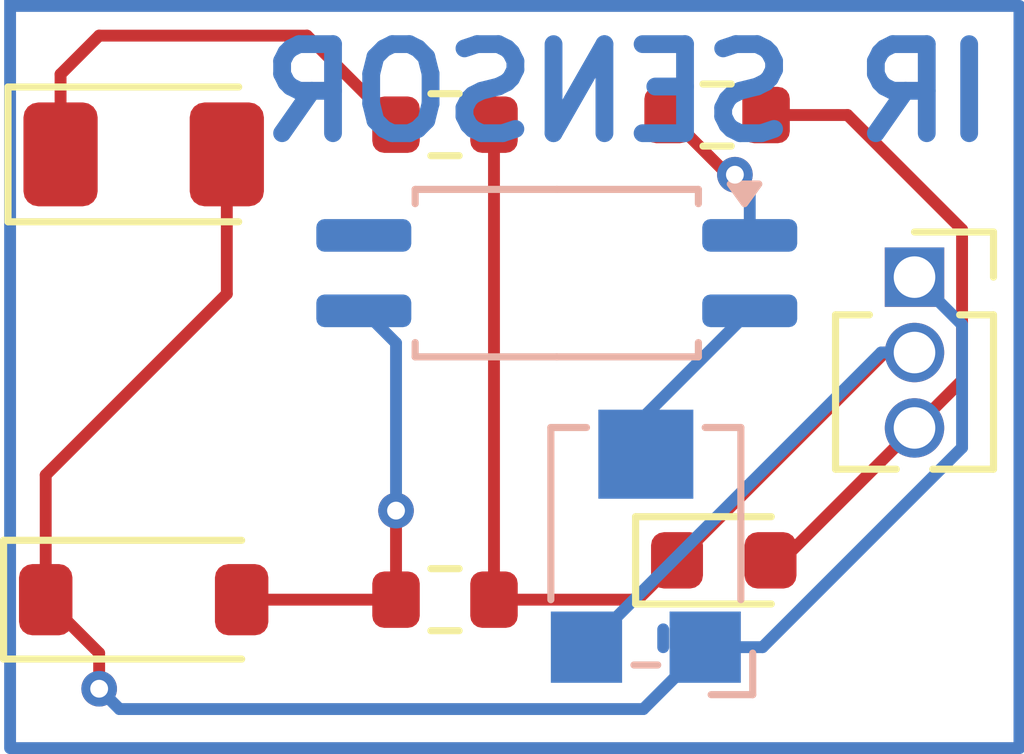
<source format=kicad_pcb>
(kicad_pcb (version 20241229) (generator "pcbnew") (generator_version "9.0")
  (layers (0 "F.Cu" signal) (2 "B.Cu" signal) (13 "F.Paste" user) (15 "B.Paste" user) (5 "F.SilkS" user "F.Silkscreen") (7 "B.SilkS" user "B.Silkscreen") (1 "F.Mask" user) (3 "B.Mask" user) (25 "Edge.Cuts" user))
  (net 0 "")
  (net 1 "+5V")
  (net 2 "Net-(D1-A)")
  (net 3 "Net-(D2-K)")
  (net 4 "GND")
  (net 5 "/O{slash}P")
  (net 6 "Net-(R3-Pad1)")
  (net 7 "Net-(U1A--)")
  (footprint "Resistor_SMD:R_0603_1608Metric" (layer "F.Cu") (at 145.1175 100.6575)
    (property "Reference" "R2" (hide yes))
    (property "Value" "10K" (hide yes))
    (fp_line (start -0.237258 -0.5225) (end 0.237258 -0.5225) (stroke (width 0.12)) (layer "F.SilkS"))
    (fp_line (start -0.237258 0.5225) (end 0.237258 0.5225) (stroke (width 0.12)) (layer "F.SilkS"))
    (pad "1" smd roundrect (at -0.825 0) (size 0.8 0.95) (layers "F.Cu" "F.Mask" "F.Paste") (net 2 "Net-(D1-A)"))
    (pad "2" smd roundrect (at 0.825 0) (size 0.8 0.95) (layers "F.Cu" "F.Mask" "F.Paste") (net 4 "GND"))
  )
  (footprint "Connector_PinSocket_1.27mm:PinSocket_1x03_P1.27mm_Vertical" (layer "F.Cu") (at 153.025 95.225)
    (property "Reference" "J1" (hide yes))
    (property "Value" "Conn_01x03_Pin" (hide yes))
    (fp_line (start -1.33 0.635) (end -1.33 3.235) (stroke (width 0.12)) (layer "F.SilkS"))
    (fp_line (start -1.33 0.635) (end -0.76 0.635) (stroke (width 0.12)) (layer "F.SilkS"))
    (fp_line (start -1.33 3.235) (end -0.30753 3.235) (stroke (width 0.12)) (layer "F.SilkS"))
    (fp_line (start 0 -0.76) (end 1.33 -0.76) (stroke (width 0.12)) (layer "F.SilkS"))
    (fp_line (start 0.30753 3.235) (end 1.33 3.235) (stroke (width 0.12)) (layer "F.SilkS"))
    (fp_line (start 0.76 0.635) (end 1.33 0.635) (stroke (width 0.12)) (layer "F.SilkS"))
    (fp_line (start 1.33 -0.76) (end 1.33 0) (stroke (width 0.12)) (layer "F.SilkS"))
    (fp_line (start 1.33 0.635) (end 1.33 3.235) (stroke (width 0.12)) (layer "F.SilkS"))
    (pad "1" thru_hole rect (at 0 0) (size 1 1) (drill 0.7) (layers "*.Cu" "*.Mask") (net 1 "+5V"))
    (pad "2" thru_hole circle (at 0 1.27) (size 1 1) (drill 0.7) (layers "*.Cu" "*.Mask") (net 4 "GND"))
    (pad "3" thru_hole circle (at 0 2.54) (size 1 1) (drill 0.7) (layers "*.Cu" "*.Mask") (net 5 "/O{slash}P"))
  )
  (footprint "Diode_SMD:D_SOD-123" (layer "F.Cu") (at 140.0425 100.6575)
    (property "Reference" "D1" (hide yes))
    (property "Value" "D_Photo" (hide yes))
    (fp_line (start -2.36 -1) (end -2.36 1) (stroke (width 0.12)) (layer "F.SilkS"))
    (fp_line (start -2.36 -1) (end 1.65 -1) (stroke (width 0.12)) (layer "F.SilkS"))
    (fp_line (start -2.36 1) (end 1.65 1) (stroke (width 0.12)) (layer "F.SilkS"))
    (pad "1" smd roundrect (at -1.65 0) (size 0.9 1.2) (layers "F.Cu" "F.Mask" "F.Paste") (net 1 "+5V"))
    (pad "2" smd roundrect (at 1.65 0) (size 0.9 1.2) (layers "F.Cu" "F.Mask" "F.Paste") (net 2 "Net-(D1-A)"))
  )
  (footprint "LED_SMD:LED_1206_3216Metric" (layer "F.Cu") (at 140.0425 93.1575)
    (property "Reference" "D2" (hide yes))
    (property "Value" "IR204A" (hide yes))
    (fp_line (start -2.285 -1.135) (end -2.285 1.135) (stroke (width 0.12)) (layer "F.SilkS"))
    (fp_line (start -2.285 1.135) (end 1.6 1.135) (stroke (width 0.12)) (layer "F.SilkS"))
    (fp_line (start 1.6 -1.135) (end -2.285 -1.135) (stroke (width 0.12)) (layer "F.SilkS"))
    (pad "1" smd roundrect (at -1.4 0) (size 1.25 1.75) (layers "F.Cu" "F.Mask" "F.Paste") (roundrect_rratio 0.2) (net 3 "Net-(D2-K)"))
    (pad "2" smd roundrect (at 1.4 0) (size 1.25 1.75) (layers "F.Cu" "F.Mask" "F.Paste") (roundrect_rratio 0.2) (net 1 "+5V"))
  )
  (footprint "Resistor_SMD:R_0603_1608Metric" (layer "F.Cu") (at 149.7 92.495)
    (property "Reference" "R3" (hide yes))
    (property "Value" "0.33K" (hide yes))
    (fp_line (start -0.237258 -0.5225) (end 0.237258 -0.5225) (stroke (width 0.12)) (layer "F.SilkS"))
    (fp_line (start -0.237258 0.5225) (end 0.237258 0.5225) (stroke (width 0.12)) (layer "F.SilkS"))
    (pad "1" smd roundrect (at -0.825 0) (size 0.8 0.95) (layers "F.Cu" "F.Mask" "F.Paste") (net 6 "Net-(R3-Pad1)"))
    (pad "2" smd roundrect (at 0.825 0) (size 0.8 0.95) (layers "F.Cu" "F.Mask" "F.Paste") (net 5 "/O{slash}P"))
  )
  (footprint "Resistor_SMD:R_0603_1608Metric" (layer "F.Cu") (at 145.1175 92.6575)
    (property "Reference" "R1" (hide yes))
    (property "Value" "0.1K" (hide yes))
    (fp_line (start -0.237258 -0.5225) (end 0.237258 -0.5225) (stroke (width 0.12)) (layer "F.SilkS"))
    (fp_line (start -0.237258 0.5225) (end 0.237258 0.5225) (stroke (width 0.12)) (layer "F.SilkS"))
    (pad "1" smd roundrect (at -0.825 0) (size 0.8 0.95) (layers "F.Cu" "F.Mask" "F.Paste") (net 3 "Net-(D2-K)"))
    (pad "2" smd roundrect (at 0.825 0) (size 0.8 0.95) (layers "F.Cu" "F.Mask" "F.Paste") (net 4 "GND"))
  )
  (footprint "LED_SMD:LED_0603_1608Metric" (layer "F.Cu") (at 149.8125 99.995)
    (property "Reference" "D3" (hide yes))
    (property "Value" "LED" (hide yes))
    (fp_line (start -1.485 -0.735) (end -1.485 0.735) (stroke (width 0.12)) (layer "F.SilkS"))
    (fp_line (start -1.485 0.735) (end 0.8 0.735) (stroke (width 0.12)) (layer "F.SilkS"))
    (fp_line (start 0.8 -0.735) (end -1.485 -0.735) (stroke (width 0.12)) (layer "F.SilkS"))
    (pad "1" smd roundrect (at -0.7875 0) (size 0.875 0.95) (layers "F.Cu" "F.Mask" "F.Paste") (net 4 "GND"))
    (pad "2" smd roundrect (at 0.7875 0) (size 0.875 0.95) (layers "F.Cu" "F.Mask" "F.Paste") (net 5 "/O{slash}P"))
  )
  (footprint "Package_SO:SOIC-4_4.55x2.6mm_P1.27mm" (layer "B.Cu") (at 147 95.1575 180)
    (property "Reference" "U1" (hide yes))
    (property "Value" "LM358" (hide yes))
    (fp_line (start 2.385 1.41) (end 2.385 1.17) (stroke (width 0.12)) (layer "B.SilkS"))
    (fp_line (start 2.385 -1.41) (end 2.385 -1.17) (stroke (width 0.12)) (layer "B.SilkS"))
    (fp_line (start 0 1.41) (end 2.385 1.41) (stroke (width 0.12)) (layer "B.SilkS"))
    (fp_line (start 0 1.41) (end -2.385 1.41) (stroke (width 0.12)) (layer "B.SilkS"))
    (fp_line (start 0 -1.41) (end 2.385 -1.41) (stroke (width 0.12)) (layer "B.SilkS"))
    (fp_line (start 0 -1.41) (end -2.385 -1.41) (stroke (width 0.12)) (layer "B.SilkS"))
    (fp_line (start -2.385 1.41) (end -2.385 1.17) (stroke (width 0.12)) (layer "B.SilkS"))
    (fp_line (start -2.385 -1.41) (end -2.385 -1.17) (stroke (width 0.12)) (layer "B.SilkS"))
    (fp_poly (pts (xy -3.1625 1.17) (xy -3.4025 1.5) (xy -2.9225 1.5)) (stroke (width 0.12)) (fill yes) (layer "B.SilkS"))
    (pad "1" smd roundrect (at -3.25 0.635 180) (size 1.6 0.55) (layers "B.Cu" "B.Mask" "B.Paste") (net 6 "Net-(R3-Pad1)"))
    (pad "2" smd roundrect (at -3.25 -0.635 180) (size 1.6 0.55) (layers "B.Cu" "B.Mask" "B.Paste") (net 7 "Net-(U1A--)"))
    (pad "3" smd roundrect (at 3.25 -0.635 180) (size 1.6 0.55) (layers "B.Cu" "B.Mask" "B.Paste") (net 2 "Net-(D1-A)"))
    (pad "4" smd roundrect (at 3.25 0.635 180) (size 1.6 0.55) (layers "B.Cu" "B.Mask" "B.Paste"))
  )
  (footprint "Potentiometer_SMD:Potentiometer_Bourns_TC33X_Vertical" (layer "B.Cu") (at 148.5 99.6575 90)
    (property "Reference" "RV1" (hide yes))
    (property "Value" "10K" (hide yes))
    (fp_line (start 1.9 -1.6) (end 1.9 -1) (stroke (width 0.12)) (layer "B.SilkS"))
    (fp_line (start -1 -1.6) (end 1.9 -1.6) (stroke (width 0.12)) (layer "B.SilkS"))
    (fp_line (start -2.1 0.2) (end -2.1 -0.2) (stroke (width 0.12)) (layer "B.SilkS"))
    (fp_line (start 1.9 1.6) (end 1.9 1) (stroke (width 0.12)) (layer "B.SilkS"))
    (fp_line (start -1 1.6) (end 1.9 1.6) (stroke (width 0.12)) (layer "B.SilkS"))
    (fp_line (start -1.9 1.8) (end -2.6 1.8) (stroke (width 0.12)) (layer "B.SilkS"))
    (fp_line (start -2.6 1.8) (end -2.6 1.1) (stroke (width 0.12)) (layer "B.SilkS"))
    (pad "1" smd rect (at -1.8 1 90) (size 1.2 1.2) (layers "B.Cu" "B.Mask" "B.Paste") (net 1 "+5V"))
    (pad "2" smd rect (at 1.45 0 90) (size 1.5 1.6) (layers "B.Cu" "B.Mask" "B.Paste") (net 7 "Net-(U1A--)"))
    (pad "3" smd rect (at -1.8 -1 90) (size 1.2 1.2) (layers "B.Cu" "B.Mask" "B.Paste") (net 4 "GND"))
  )
  (gr_rect (start 137.7925 90.6575) (end 154.7925 103.1575) (stroke (width 0.2)) (fill no) (layer "B.Cu"))
  (gr_text "IR SENSOR\n" (at 154.5 93 0) (layer "B.Cu") (effects (font (size 1.5 1.5) (thickness 0.3) (bold yes)) (justify left bottom mirror)))
  (segment (start 139.2925 102.1575) (end 139.2925 101.5575) (width 0.2) (layer "F.Cu") (net 1))
  (segment (start 138.3925 98.5575) (end 141.4425 95.5075) (width 0.2) (layer "F.Cu") (net 1))
  (segment (start 139.2925 101.5575) (end 138.3925 100.6575) (width 0.2) (layer "F.Cu") (net 1))
  (segment (start 141.4425 95.5075) (end 141.4425 93.1575) (width 0.2) (layer "F.Cu") (net 1))
  (segment (start 138.3925 100.6575) (end 138.3925 98.5575) (width 0.2) (layer "F.Cu") (net 1))
  (via (at 139.2925 102.1575) (size 0.6) (drill 0.3) (layers "F.Cu" "B.Cu") (net 1))
  (segment (start 149.5 101.4575) (end 148.4575 102.5) (width 0.2) (layer "B.Cu") (net 1))
  (segment (start 153.826 96.026) (end 153.025 95.225) (width 0.2) (layer "B.Cu") (net 1))
  (segment (start 148.4575 102.5) (end 139.635 102.5) (width 0.2) (layer "B.Cu") (net 1))
  (segment (start 149.5 101.4575) (end 150.465286 101.4575) (width 0.2) (layer "B.Cu") (net 1))
  (segment (start 139.635 102.5) (end 139.2925 102.1575) (width 0.2) (layer "B.Cu") (net 1))
  (segment (start 153.826 98.096786) (end 153.826 96.026) (width 0.2) (layer "B.Cu") (net 1))
  (segment (start 150.465286 101.4575) (end 153.826 98.096786) (width 0.2) (layer "B.Cu") (net 1))
  (segment (start 141.6925 100.6575) (end 144.2925 100.6575) (width 0.2) (layer "F.Cu") (net 2))
  (segment (start 144.2925 99.1575) (end 144.2925 100.6575) (width 0.2) (layer "F.Cu") (net 2))
  (via (at 144.2925 99.1575) (size 0.6) (drill 0.3) (layers "F.Cu" "B.Cu") (net 2))
  (segment (start 144.2925 96.335) (end 144.2925 99.1575) (width 0.2) (layer "B.Cu") (net 2))
  (segment (start 143.75 95.7925) (end 144.2925 96.335) (width 0.2) (layer "B.Cu") (net 2))
  (segment (start 144.2925 92.6575) (end 142.7925 91.1575) (width 0.2) (layer "F.Cu") (net 3))
  (segment (start 138.6425 91.8075) (end 138.6425 93.1575) (width 0.2) (layer "F.Cu") (net 3))
  (segment (start 142.7925 91.1575) (end 139.2925 91.1575) (width 0.2) (layer "F.Cu") (net 3))
  (segment (start 139.2925 91.1575) (end 138.6425 91.8075) (width 0.2) (layer "F.Cu") (net 3))
  (segment (start 145.9425 100.6575) (end 148.3625 100.6575) (width 0.2) (layer "F.Cu") (net 4))
  (segment (start 152.525 96.495) (end 153.025 96.495) (width 0.2) (layer "F.Cu") (net 4))
  (segment (start 148.3625 100.6575) (end 149.025 99.995) (width 0.2) (layer "F.Cu") (net 4))
  (segment (start 145.9425 100.6575) (end 145.9425 92.6575) (width 0.2) (layer "F.Cu") (net 4))
  (segment (start 149.025 99.995) (end 152.525 96.495) (width 0.2) (layer "F.Cu") (net 4))
  (segment (start 152.4625 96.495) (end 147.5 101.4575) (width 0.2) (layer "B.Cu") (net 4))
  (segment (start 148.7925 101.1575) (end 148.7925 101.4575) (width 0.2) (layer "B.Cu") (net 4))
  (segment (start 153.025 96.495) (end 152.4625 96.495) (width 0.2) (layer "B.Cu") (net 4))
  (segment (start 153.826 94.424) (end 153.826 96.964) (width 0.2) (layer "F.Cu") (net 5))
  (segment (start 153.826 96.964) (end 153.025 97.765) (width 0.2) (layer "F.Cu") (net 5))
  (segment (start 150.795 99.995) (end 153.025 97.765) (width 0.2) (layer "F.Cu") (net 5))
  (segment (start 151.897 92.495) (end 153.826 94.424) (width 0.2) (layer "F.Cu") (net 5))
  (segment (start 150.6 99.995) (end 150.795 99.995) (width 0.2) (layer "F.Cu") (net 5))
  (segment (start 150.525 92.495) (end 151.897 92.495) (width 0.2) (layer "F.Cu") (net 5))
  (segment (start 150 93.5) (end 149.88 93.5) (width 0.2) (layer "F.Cu") (net 6))
  (segment (start 149.88 93.5) (end 148.875 92.495) (width 0.2) (layer "F.Cu") (net 6))
  (via (at 150 93.5) (size 0.6) (drill 0.3) (layers "F.Cu" "B.Cu") (net 6))
  (segment (start 150.25 94.5225) (end 150.25 93.75) (width 0.2) (layer "B.Cu") (net 6))
  (segment (start 150.25 93.75) (end 150 93.5) (width 0.2) (layer "B.Cu") (net 6))
  (segment (start 148.5 97.5425) (end 150.25 95.7925) (width 0.2) (layer "B.Cu") (net 7))
  (segment (start 148.5 98.2075) (end 148.5 97.5425) (width 0.2) (layer "B.Cu") (net 7))
)
</source>
